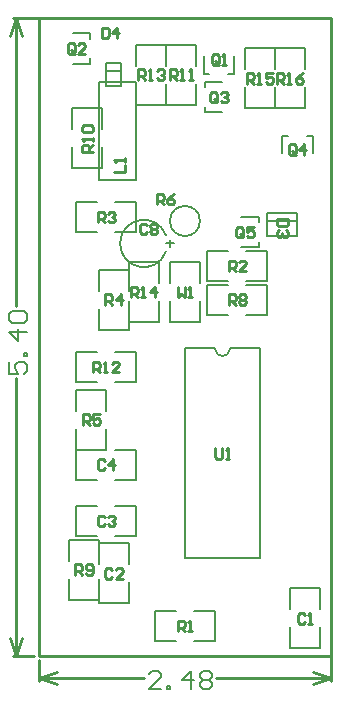
<source format=gto>
%FSLAX25Y25*%
%MOIN*%
G70*
G01*
G75*
G04 Layer_Color=65535*
%ADD10C,0.01000*%
%ADD11R,0.03937X0.03347*%
%ADD12R,0.03937X0.03347*%
%ADD13R,0.07000X0.05000*%
%ADD14R,0.05000X0.07000*%
%ADD15R,0.10000X0.05500*%
%ADD16R,0.10000X0.07500*%
%ADD17R,0.06500X0.05000*%
%ADD18R,0.03347X0.03937*%
%ADD19R,0.03347X0.03937*%
%ADD20R,0.05000X0.06500*%
%ADD21R,0.08465X0.02362*%
%ADD22C,0.01250*%
%ADD23C,0.01500*%
%ADD24C,0.02000*%
%ADD25C,0.06500*%
%ADD26O,0.05500X0.08000*%
%ADD27O,0.06250X0.07500*%
%ADD28C,0.07500*%
%ADD29O,0.06500X0.06250*%
%ADD30O,0.06250X0.06500*%
%ADD31O,0.07500X0.07000*%
%ADD32O,0.06500X0.06250*%
%ADD33O,0.06000X0.06500*%
%ADD34O,0.07500X0.10000*%
%ADD35C,0.16000*%
%ADD36O,0.07000X0.10000*%
%ADD37C,0.00787*%
%ADD38C,0.00600*%
D10*
X707500Y299000D02*
Y307500D01*
X610000Y299000D02*
Y306000D01*
X669247Y300000D02*
X707500D01*
X610000D02*
X645053D01*
X701500Y302000D02*
X707500Y300000D01*
X701500Y298000D02*
X707500Y300000D01*
X610000D02*
X616000Y298000D01*
X610000Y300000D02*
X616000Y302000D01*
X601500Y520000D02*
X610000D01*
X601500Y307500D02*
X608500D01*
X602500Y424247D02*
Y520000D01*
Y307500D02*
Y400053D01*
X600500Y514000D02*
X602500Y520000D01*
X604500Y514000D01*
X602500Y307500D02*
X604500Y313500D01*
X600500D02*
X602500Y307500D01*
X707500D02*
Y520000D01*
X610000D02*
X707500D01*
X610000Y307500D02*
Y520000D01*
Y307500D02*
X707500D01*
X635251Y468750D02*
X638750D01*
Y471083D01*
Y472249D02*
Y473415D01*
Y472832D01*
X635251D01*
X635834Y472249D01*
X656400Y430499D02*
Y427000D01*
X657566Y428166D01*
X658733Y427000D01*
Y430499D01*
X659899Y427000D02*
X661065D01*
X660482D01*
Y430499D01*
X659899Y429916D01*
X668900Y376799D02*
Y373883D01*
X669483Y373300D01*
X670649D01*
X671233Y373883D01*
Y376799D01*
X672399Y373300D02*
X673565D01*
X672982D01*
Y376799D01*
X672399Y376216D01*
X689400Y498300D02*
Y501799D01*
X691149D01*
X691733Y501216D01*
Y500049D01*
X691149Y499466D01*
X689400D01*
X690566D02*
X691733Y498300D01*
X692899D02*
X694065D01*
X693482D01*
Y501799D01*
X692899Y501216D01*
X698147Y501799D02*
X696981Y501216D01*
X695815Y500049D01*
Y498883D01*
X696398Y498300D01*
X697564D01*
X698147Y498883D01*
Y499466D01*
X697564Y500049D01*
X695815D01*
X679400Y498300D02*
Y501799D01*
X681149D01*
X681733Y501216D01*
Y500049D01*
X681149Y499466D01*
X679400D01*
X680566D02*
X681733Y498300D01*
X682899D02*
X684065D01*
X683482D01*
Y501799D01*
X682899Y501216D01*
X688147Y501799D02*
X685815D01*
Y500049D01*
X686981Y500633D01*
X687564D01*
X688147Y500049D01*
Y498883D01*
X687564Y498300D01*
X686398D01*
X685815Y498883D01*
X640600Y427000D02*
Y430499D01*
X642349D01*
X642933Y429916D01*
Y428749D01*
X642349Y428166D01*
X640600D01*
X641766D02*
X642933Y427000D01*
X644099D02*
X645265D01*
X644682D01*
Y430499D01*
X644099Y429916D01*
X648764Y427000D02*
Y430499D01*
X647015Y428749D01*
X649347D01*
X643100Y499500D02*
Y502999D01*
X644849D01*
X645433Y502416D01*
Y501249D01*
X644849Y500666D01*
X643100D01*
X644266D02*
X645433Y499500D01*
X646599D02*
X647765D01*
X647182D01*
Y502999D01*
X646599Y502416D01*
X649515D02*
X650098Y502999D01*
X651264D01*
X651847Y502416D01*
Y501833D01*
X651264Y501249D01*
X650681D01*
X651264D01*
X651847Y500666D01*
Y500083D01*
X651264Y499500D01*
X650098D01*
X649515Y500083D01*
X628100Y402000D02*
Y405499D01*
X629849D01*
X630433Y404916D01*
Y403749D01*
X629849Y403166D01*
X628100D01*
X629266D02*
X630433Y402000D01*
X631599D02*
X632765D01*
X632182D01*
Y405499D01*
X631599Y404916D01*
X636847Y402000D02*
X634515D01*
X636847Y404333D01*
Y404916D01*
X636264Y405499D01*
X635098D01*
X634515Y404916D01*
X653700Y499500D02*
Y502999D01*
X655449D01*
X656033Y502416D01*
Y501249D01*
X655449Y500666D01*
X653700D01*
X654866D02*
X656033Y499500D01*
X657199D02*
X658365D01*
X657782D01*
Y502999D01*
X657199Y502416D01*
X660115Y499500D02*
X661281D01*
X660698D01*
Y502999D01*
X660115Y502416D01*
X628000Y475600D02*
X624501D01*
Y477349D01*
X625084Y477933D01*
X626251D01*
X626834Y477349D01*
Y475600D01*
Y476766D02*
X628000Y477933D01*
Y479099D02*
Y480265D01*
Y479682D01*
X624501D01*
X625084Y479099D01*
Y482015D02*
X624501Y482598D01*
Y483764D01*
X625084Y484347D01*
X627417D01*
X628000Y483764D01*
Y482598D01*
X627417Y482015D01*
X625084D01*
X622100Y334500D02*
Y337999D01*
X623849D01*
X624433Y337416D01*
Y336249D01*
X623849Y335666D01*
X622100D01*
X623266D02*
X624433Y334500D01*
X625599Y335083D02*
X626182Y334500D01*
X627348D01*
X627931Y335083D01*
Y337416D01*
X627348Y337999D01*
X626182D01*
X625599Y337416D01*
Y336833D01*
X626182Y336249D01*
X627931D01*
X673300Y424500D02*
Y427999D01*
X675049D01*
X675633Y427416D01*
Y426249D01*
X675049Y425666D01*
X673300D01*
X674466D02*
X675633Y424500D01*
X676799Y427416D02*
X677382Y427999D01*
X678548D01*
X679132Y427416D01*
Y426833D01*
X678548Y426249D01*
X679132Y425666D01*
Y425083D01*
X678548Y424500D01*
X677382D01*
X676799Y425083D01*
Y425666D01*
X677382Y426249D01*
X676799Y426833D01*
Y427416D01*
X677382Y426249D02*
X678548D01*
X649406Y458000D02*
Y461499D01*
X651155D01*
X651739Y460916D01*
Y459749D01*
X651155Y459166D01*
X649406D01*
X650572D02*
X651739Y458000D01*
X655237Y461499D02*
X654071Y460916D01*
X652905Y459749D01*
Y458583D01*
X653488Y458000D01*
X654654D01*
X655237Y458583D01*
Y459166D01*
X654654Y459749D01*
X652905D01*
X624600Y384500D02*
Y387999D01*
X626349D01*
X626933Y387416D01*
Y386249D01*
X626349Y385666D01*
X624600D01*
X625766D02*
X626933Y384500D01*
X630432Y387999D02*
X628099D01*
Y386249D01*
X629265Y386833D01*
X629848D01*
X630432Y386249D01*
Y385083D01*
X629848Y384500D01*
X628682D01*
X628099Y385083D01*
X632100Y424500D02*
Y427999D01*
X633849D01*
X634433Y427416D01*
Y426249D01*
X633849Y425666D01*
X632100D01*
X633266D02*
X634433Y424500D01*
X637348D02*
Y427999D01*
X635599Y426249D01*
X637931D01*
X629600Y452000D02*
Y455499D01*
X631349D01*
X631933Y454916D01*
Y453749D01*
X631349Y453166D01*
X629600D01*
X630766D02*
X631933Y452000D01*
X633099Y454916D02*
X633682Y455499D01*
X634848D01*
X635431Y454916D01*
Y454333D01*
X634848Y453749D01*
X634265D01*
X634848D01*
X635431Y453166D01*
Y452583D01*
X634848Y452000D01*
X633682D01*
X633099Y452583D01*
X673300Y435800D02*
Y439299D01*
X675049D01*
X675633Y438716D01*
Y437549D01*
X675049Y436966D01*
X673300D01*
X674466D02*
X675633Y435800D01*
X679132D02*
X676799D01*
X679132Y438133D01*
Y438716D01*
X678548Y439299D01*
X677382D01*
X676799Y438716D01*
X656400Y315800D02*
Y319299D01*
X658149D01*
X658733Y318716D01*
Y317549D01*
X658149Y316966D01*
X656400D01*
X657566D02*
X658733Y315800D01*
X659899D02*
X661065D01*
X660482D01*
Y319299D01*
X659899Y318716D01*
X695633Y475083D02*
Y477416D01*
X695049Y477999D01*
X693883D01*
X693300Y477416D01*
Y475083D01*
X693883Y474500D01*
X695049D01*
X694466Y475666D02*
X695633Y474500D01*
X695049D02*
X695633Y475083D01*
X698548Y474500D02*
Y477999D01*
X696799Y476249D01*
X699131D01*
X669433Y492583D02*
Y494916D01*
X668849Y495499D01*
X667683D01*
X667100Y494916D01*
Y492583D01*
X667683Y492000D01*
X668849D01*
X668266Y493166D02*
X669433Y492000D01*
X668849D02*
X669433Y492583D01*
X670599Y494916D02*
X671182Y495499D01*
X672348D01*
X672931Y494916D01*
Y494333D01*
X672348Y493749D01*
X671765D01*
X672348D01*
X672931Y493166D01*
Y492583D01*
X672348Y492000D01*
X671182D01*
X670599Y492583D01*
X621933Y508883D02*
Y511216D01*
X621349Y511799D01*
X620183D01*
X619600Y511216D01*
Y508883D01*
X620183Y508300D01*
X621349D01*
X620766Y509466D02*
X621933Y508300D01*
X621349D02*
X621933Y508883D01*
X625431Y508300D02*
X623099D01*
X625431Y510633D01*
Y511216D01*
X624848Y511799D01*
X623682D01*
X623099Y511216D01*
X670033Y505083D02*
Y507416D01*
X669449Y507999D01*
X668283D01*
X667700Y507416D01*
Y505083D01*
X668283Y504500D01*
X669449D01*
X668866Y505666D02*
X670033Y504500D01*
X669449D02*
X670033Y505083D01*
X671199Y504500D02*
X672365D01*
X671782D01*
Y507999D01*
X671199Y507416D01*
X630943Y516922D02*
Y513423D01*
X632692D01*
X633276Y514006D01*
Y516339D01*
X632692Y516922D01*
X630943D01*
X636191Y513423D02*
Y516922D01*
X634442Y515173D01*
X636774D01*
X692999Y453000D02*
X689500D01*
Y451251D01*
X690083Y450667D01*
X692416D01*
X692999Y451251D01*
Y453000D01*
X692416Y449501D02*
X692999Y448918D01*
Y447752D01*
X692416Y447168D01*
X691833D01*
X691249Y447752D01*
Y448335D01*
Y447752D01*
X690666Y447168D01*
X690083D01*
X689500Y447752D01*
Y448918D01*
X690083Y449501D01*
X631933Y372416D02*
X631349Y372999D01*
X630183D01*
X629600Y372416D01*
Y370083D01*
X630183Y369500D01*
X631349D01*
X631933Y370083D01*
X634848Y369500D02*
Y372999D01*
X633099Y371249D01*
X635431D01*
X631933Y353716D02*
X631349Y354299D01*
X630183D01*
X629600Y353716D01*
Y351383D01*
X630183Y350800D01*
X631349D01*
X631933Y351383D01*
X633099Y353716D02*
X633682Y354299D01*
X634848D01*
X635431Y353716D01*
Y353133D01*
X634848Y352549D01*
X634265D01*
X634848D01*
X635431Y351966D01*
Y351383D01*
X634848Y350800D01*
X633682D01*
X633099Y351383D01*
X634433Y336216D02*
X633849Y336799D01*
X632683D01*
X632100Y336216D01*
Y333883D01*
X632683Y333300D01*
X633849D01*
X634433Y333883D01*
X637931Y333300D02*
X635599D01*
X637931Y335633D01*
Y336216D01*
X637348Y336799D01*
X636182D01*
X635599Y336216D01*
X698733Y321216D02*
X698149Y321799D01*
X696983D01*
X696400Y321216D01*
Y318883D01*
X696983Y318300D01*
X698149D01*
X698733Y318883D01*
X699899Y318300D02*
X701065D01*
X700482D01*
Y321799D01*
X699899Y321216D01*
X678133Y447583D02*
Y449916D01*
X677549Y450499D01*
X676383D01*
X675800Y449916D01*
Y447583D01*
X676383Y447000D01*
X677549D01*
X676966Y448166D02*
X678133Y447000D01*
X677549D02*
X678133Y447583D01*
X681632Y450499D02*
X679299D01*
Y448749D01*
X680465Y449333D01*
X681048D01*
X681632Y448749D01*
Y447583D01*
X681048Y447000D01*
X679882D01*
X679299Y447583D01*
X646083Y451041D02*
X645499Y451624D01*
X644333D01*
X643750Y451041D01*
Y448708D01*
X644333Y448125D01*
X645499D01*
X646083Y448708D01*
X647249Y451041D02*
X647832Y451624D01*
X648998D01*
X649581Y451041D01*
Y450458D01*
X648998Y449874D01*
X649581Y449291D01*
Y448708D01*
X648998Y448125D01*
X647832D01*
X647249Y448708D01*
Y449291D01*
X647832Y449874D01*
X647249Y450458D01*
Y451041D01*
X647832Y449874D02*
X648998D01*
D37*
X663750Y452500D02*
G03*
X663750Y452500I-5000J0D01*
G01*
X652399Y447693D02*
G03*
X652399Y442307I-7399J-2693D01*
G01*
X668750Y410000D02*
G03*
X673750Y410000I2500J0D01*
G01*
X652500Y445000D02*
X655000D01*
X653750Y443750D02*
Y446250D01*
X677569Y453770D02*
X683474D01*
X677569Y443730D02*
X683474D01*
Y451998D02*
Y453770D01*
Y443730D02*
Y445502D01*
X693750Y330000D02*
X703750D01*
X693750Y310000D02*
X703750D01*
Y323000D02*
Y330000D01*
Y310000D02*
Y317000D01*
X693750Y323000D02*
Y330000D01*
Y310000D02*
Y317000D01*
X630000Y325000D02*
Y332000D01*
Y338000D02*
Y345000D01*
X640000Y325000D02*
Y332000D01*
Y338000D02*
Y345000D01*
X630000Y325000D02*
X640000D01*
X630000Y345000D02*
X640000D01*
X642500Y347500D02*
Y357500D01*
X622500Y347500D02*
Y357500D01*
X635500Y347500D02*
X642500D01*
X622500D02*
X629500D01*
X635500Y357500D02*
X642500D01*
X622500D02*
X629500D01*
X622500Y366250D02*
Y376250D01*
X642500Y366250D02*
Y376250D01*
X622500D02*
X629500D01*
X635500D02*
X642500D01*
X622500Y366250D02*
X629500D01*
X635500D02*
X642500D01*
X686250Y447500D02*
Y455000D01*
X696250Y447500D02*
Y451250D01*
Y455000D01*
X686250Y447500D02*
X696250D01*
X686250Y455000D02*
X696250D01*
X686250Y452500D02*
X696250D01*
X632500Y497500D02*
Y505000D01*
X637500Y497500D02*
Y501250D01*
Y505000D01*
X632500Y497500D02*
X637500D01*
X632500Y505000D02*
X637500D01*
X632500Y502500D02*
X637500D01*
X675020Y501526D02*
Y507431D01*
X664980Y501526D02*
Y507431D01*
X673248Y501526D02*
X675020D01*
X664980D02*
X666752D01*
X621319Y515020D02*
X627224D01*
X621319Y504980D02*
X627224D01*
Y513248D02*
Y515020D01*
Y504980D02*
Y506752D01*
X665276Y496998D02*
Y498770D01*
Y488730D02*
Y490502D01*
Y498770D02*
X671181D01*
X665276Y488730D02*
X671181D01*
X699498Y480974D02*
X701270D01*
X691230D02*
X693002D01*
X701270Y475069D02*
Y480974D01*
X691230Y475069D02*
Y480974D01*
X648750Y322500D02*
X655750D01*
X661750D02*
X668750D01*
X648750Y312500D02*
X655750D01*
X661750D02*
X668750D01*
X648750D02*
Y322500D01*
X668750Y312500D02*
Y322500D01*
X679250Y432500D02*
X686250D01*
X666250D02*
X673250D01*
X679250Y442500D02*
X686250D01*
X666250D02*
X673250D01*
X686250Y432500D02*
Y442500D01*
X666250Y432500D02*
Y442500D01*
X642500Y448750D02*
Y458750D01*
X622500Y448750D02*
Y458750D01*
X635500Y448750D02*
X642500D01*
X622500D02*
X629500D01*
X635500Y458750D02*
X642500D01*
X622500D02*
X629500D01*
X630000Y436250D02*
X640000D01*
X630000Y416250D02*
X640000D01*
Y429250D02*
Y436250D01*
Y416250D02*
Y423250D01*
X630000Y429250D02*
Y436250D01*
Y416250D02*
Y423250D01*
X622500Y376250D02*
Y383250D01*
Y389250D02*
Y396250D01*
X632500Y376250D02*
Y383250D01*
Y389250D02*
Y396250D01*
X622500Y376250D02*
X632500D01*
X622500Y396250D02*
X632500D01*
X679250Y421250D02*
X686250D01*
X666250D02*
X673250D01*
X679250Y431250D02*
X686250D01*
X666250D02*
X673250D01*
X686250Y421250D02*
Y431250D01*
X666250Y421250D02*
Y431250D01*
X620000Y326250D02*
Y333250D01*
Y339250D02*
Y346250D01*
X630000Y326250D02*
Y333250D01*
Y339250D02*
Y346250D01*
X620000Y326250D02*
X630000D01*
X620000Y346250D02*
X630000D01*
X621250Y470000D02*
X631250D01*
X621250Y490000D02*
X631250D01*
X621250Y470000D02*
Y477000D01*
Y483000D02*
Y490000D01*
X631250Y470000D02*
Y477000D01*
Y483000D02*
Y490000D01*
X652500Y491250D02*
X662500D01*
X652500Y511250D02*
X662500D01*
X652500Y491250D02*
Y498250D01*
Y504250D02*
Y511250D01*
X662500Y491250D02*
Y498250D01*
Y504250D02*
Y511250D01*
X622500Y398750D02*
Y408750D01*
X642500Y398750D02*
Y408750D01*
X622500D02*
X629500D01*
X635500D02*
X642500D01*
X622500Y398750D02*
X629500D01*
X635500D02*
X642500D01*
Y511250D02*
X652500D01*
X642500Y491250D02*
X652500D01*
Y504250D02*
Y511250D01*
Y491250D02*
Y498250D01*
X642500Y504250D02*
Y511250D01*
Y491250D02*
Y498250D01*
X640000Y418750D02*
X650000D01*
X640000Y438750D02*
X650000D01*
X640000Y418750D02*
Y425750D01*
Y431750D02*
Y438750D01*
X650000Y418750D02*
Y425750D01*
Y431750D02*
Y438750D01*
X678750Y510000D02*
X688750D01*
X678750Y490000D02*
X688750D01*
Y503000D02*
Y510000D01*
Y490000D02*
Y497000D01*
X678750Y503000D02*
Y510000D01*
Y490000D02*
Y497000D01*
X688750Y510000D02*
X698750D01*
X688750Y490000D02*
X698750D01*
Y503000D02*
Y510000D01*
Y490000D02*
Y497000D01*
X688750Y503000D02*
Y510000D01*
Y490000D02*
Y497000D01*
X658750Y410000D02*
X668750D01*
X673750D02*
X683750D01*
X658750Y340000D02*
X683750D01*
X658750D02*
Y410000D01*
X683750Y340000D02*
Y410000D01*
X653750Y418750D02*
Y425750D01*
Y431750D02*
Y438750D01*
X663750Y418750D02*
Y425750D01*
Y431750D02*
Y438750D01*
X653750Y418750D02*
X663750D01*
X653750Y438750D02*
X663750D01*
X642500Y466250D02*
Y498750D01*
X630000Y466250D02*
X642500D01*
X630000D02*
Y498750D01*
X642500D01*
D38*
X650652Y296401D02*
X646653D01*
X650652Y300400D01*
Y301399D01*
X649652Y302399D01*
X647653D01*
X646653Y301399D01*
X652652Y296401D02*
Y297401D01*
X653651D01*
Y296401D01*
X652652D01*
X660649D02*
Y302399D01*
X657650Y299400D01*
X661649D01*
X663648Y301399D02*
X664648Y302399D01*
X666647D01*
X667647Y301399D01*
Y300400D01*
X666647Y299400D01*
X667647Y298400D01*
Y297401D01*
X666647Y296401D01*
X664648D01*
X663648Y297401D01*
Y298400D01*
X664648Y299400D01*
X663648Y300400D01*
Y301399D01*
X664648Y299400D02*
X666647D01*
X600101Y405652D02*
Y401653D01*
X603100D01*
X602100Y403653D01*
Y404652D01*
X603100Y405652D01*
X605099D01*
X606099Y404652D01*
Y402653D01*
X605099Y401653D01*
X606099Y407652D02*
X605099D01*
Y408651D01*
X606099D01*
Y407652D01*
Y415649D02*
X600101D01*
X603100Y412650D01*
Y416648D01*
X601101Y418648D02*
X600101Y419648D01*
Y421647D01*
X601101Y422647D01*
X605099D01*
X606099Y421647D01*
Y419648D01*
X605099Y418648D01*
X601101D01*
M02*

</source>
